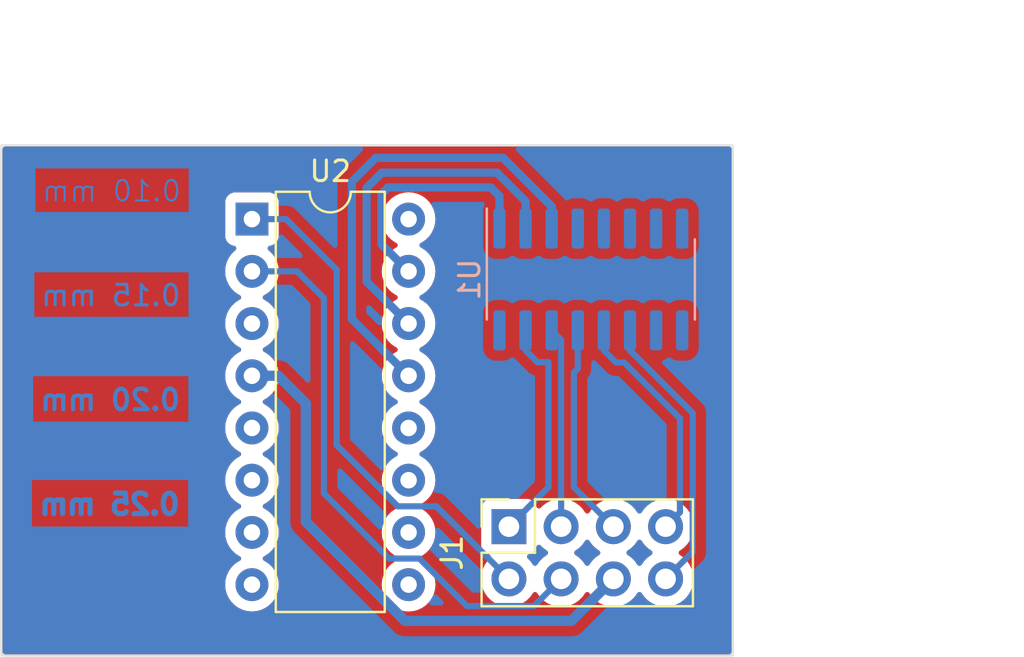
<source format=kicad_pcb>
(kicad_pcb (version 20240108) (generator "pcbnew") (generator_version "8.0")
  (layers (0 "F.Cu" signal) (31 "B.Cu" signal) (34 "B.Paste" user) (35 "F.Paste" user) (36 "B.SilkS" user "B.Silkscreen") (37 "F.SilkS" user "F.Silkscreen") (38 "B.Mask" user) (39 "F.Mask" user) (44 "Edge.Cuts" user))
  (net 0 "")
  (net 1 "Net-(U1-A0)")
  (net 2 "Net-(U1-A1)")
  (net 3 "Net-(U1-A2)")
  (net 4 "Net-(U1-~{LE})")
  (net 5 "Net-(U1-~{E1})")
  (net 6 "Net-(U1-E2)")
  (net 11 "Net-(J1-Pin_4)")
  (net 12 "Net-(J1-Pin_6)")
  (net 14 "Net-(J1-Pin_2)")
  (net 21 "Net-(J1-Pin_5)")
  (net 22 "Net-(J1-Pin_7)")
  (net 23 "Net-(J1-Pin_3)")
  (net 24 "Net-(J1-Pin_1)")
  (net 25 "Net-(J1-Pin_8)")
  (footprint "Connector_PinSocket_2.54mm:PinSocket_2x04_P2.54mm_Vertical" (layer "F.Cu") (at 100.88 81 90)
    (property "Reference" "J1" (at -1.27 -2.77 270) (layer "F.SilkS"))
    (property "Value" "Conn")
    (fp_line (start 1.33 -1.33) (end 1.33 0) (stroke (width 0.12)) (layer "F.SilkS"))
    (fp_line (start 0 -1.33) (end 1.33 -1.33) (stroke (width 0.12)) (layer "F.SilkS"))
    (fp_line (start -1.27 -1.33) (end -1.27 1.27) (stroke (width 0.12)) (layer "F.SilkS"))
    (fp_line (start -3.87 -1.33) (end -1.27 -1.33) (stroke (width 0.12)) (layer "F.SilkS"))
    (fp_line (start -3.87 -1.33) (end -3.87 8.95) (stroke (width 0.12)) (layer "F.SilkS"))
    (fp_line (start 1.33 1.27) (end 1.33 8.95) (stroke (width 0.12)) (layer "F.SilkS"))
    (fp_line (start -1.27 1.27) (end 1.33 1.27) (stroke (width 0.12)) (layer "F.SilkS"))
    (fp_line (start -3.87 8.95) (end 1.33 8.95) (stroke (width 0.12)) (layer "F.SilkS"))
    (pad "1" thru_hole rect (at 0 0 90) (size 1.7 1.7) (drill 1) (layers "*.Cu" "*.Mask") (net 24 "Net-(J1-Pin_1)"))
    (pad "2" thru_hole oval (at -2.54 0 90) (size 1.7 1.7) (drill 1) (layers "*.Cu" "*.Mask") (net 14 "Net-(J1-Pin_2)"))
    (pad "3" thru_hole oval (at 0 2.54 90) (size 1.7 1.7) (drill 1) (layers "*.Cu" "*.Mask") (net 23 "Net-(J1-Pin_3)"))
    (pad "4" thru_hole oval (at -2.54 2.54 90) (size 1.7 1.7) (drill 1) (layers "*.Cu" "*.Mask") (net 11 "Net-(J1-Pin_4)"))
    (pad "5" thru_hole oval (at 0 5.08 90) (size 1.7 1.7) (drill 1) (layers "*.Cu" "*.Mask") (net 21 "Net-(J1-Pin_5)"))
    (pad "6" thru_hole oval (at -2.54 5.08 90) (size 1.7 1.7) (drill 1) (layers "*.Cu" "*.Mask") (net 12 "Net-(J1-Pin_6)"))
    (pad "7" thru_hole oval (at 0 7.62 90) (size 1.7 1.7) (drill 1) (layers "*.Cu" "*.Mask") (net 22 "Net-(J1-Pin_7)"))
    (pad "8" thru_hole oval (at -2.54 7.62 90) (size 1.7 1.7) (drill 1) (layers "*.Cu" "*.Mask") (net 25 "Net-(J1-Pin_8)"))
  )
  (footprint "Package_DIP:DIP-16_W7.62mm" (layer "F.Cu") (at 88.38 66.04)
    (property "Reference" "U2" (at 3.81 -2.33 0) (layer "F.SilkS"))
    (property "Value" "74HC137")
    (fp_line (start 1.16 -1.33) (end 1.16 19.11) (stroke (width 0.12)) (layer "F.SilkS"))
    (fp_line (start 1.16 19.11) (end 6.46 19.11) (stroke (width 0.12)) (layer "F.SilkS"))
    (fp_line (start 2.81 -1.33) (end 1.16 -1.33) (stroke (width 0.12)) (layer "F.SilkS"))
    (fp_line (start 6.46 -1.33) (end 4.81 -1.33) (stroke (width 0.12)) (layer "F.SilkS"))
    (fp_line (start 6.46 19.11) (end 6.46 -1.33) (stroke (width 0.12)) (layer "F.SilkS"))
    (fp_arc (start 4.81 -1.33) (mid 3.81 -0.33) (end 2.81 -1.33) (stroke (width 0.12)) (layer "F.SilkS"))
    (pad "1" thru_hole rect (at 0 0) (size 1.6 1.6) (drill 0.8) (layers "*.Cu" "*.Mask") (net 14 "Net-(J1-Pin_2)"))
    (pad "2" thru_hole oval (at 0 2.54) (size 1.6 1.6) (drill 0.8) (layers "*.Cu" "*.Mask") (net 11 "Net-(J1-Pin_4)"))
    (pad "3" thru_hole oval (at 0 5.08) (size 1.6 1.6) (drill 0.8) (layers "*.Cu" "*.Mask"))
    (pad "4" thru_hole oval (at 0 7.62) (size 1.6 1.6) (drill 0.8) (layers "*.Cu" "*.Mask") (net 12 "Net-(J1-Pin_6)"))
    (pad "5" thru_hole oval (at 0 10.16) (size 1.6 1.6) (drill 0.8) (layers "*.Cu" "*.Mask"))
    (pad "6" thru_hole oval (at 0 12.7) (size 1.6 1.6) (drill 0.8) (layers "*.Cu" "*.Mask"))
    (pad "7" thru_hole oval (at 0 15.24) (size 1.6 1.6) (drill 0.8) (layers "*.Cu" "*.Mask") (net 6 "Net-(U1-E2)"))
    (pad "8" thru_hole oval (at 0 17.78) (size 1.6 1.6) (drill 0.8) (layers "*.Cu" "*.Mask"))
    (pad "9" thru_hole oval (at 7.62 17.78) (size 1.6 1.6) (drill 0.8) (layers "*.Cu" "*.Mask") (net 5 "Net-(U1-~{E1})"))
    (pad "10" thru_hole oval (at 7.62 15.24) (size 1.6 1.6) (drill 0.8) (layers "*.Cu" "*.Mask"))
    (pad "11" thru_hole oval (at 7.62 12.7) (size 1.6 1.6) (drill 0.8) (layers "*.Cu" "*.Mask") (net 4 "Net-(U1-~{LE})"))
    (pad "12" thru_hole oval (at 7.62 10.16) (size 1.6 1.6) (drill 0.8) (layers "*.Cu" "*.Mask"))
    (pad "13" thru_hole oval (at 7.62 7.62) (size 1.6 1.6) (drill 0.8) (layers "*.Cu" "*.Mask") (net 3 "Net-(U1-A2)"))
    (pad "14" thru_hole oval (at 7.62 5.08) (size 1.6 1.6) (drill 0.8) (layers "*.Cu" "*.Mask") (net 2 "Net-(U1-A1)"))
    (pad "15" thru_hole oval (at 7.62 2.54) (size 1.6 1.6) (drill 0.8) (layers "*.Cu" "*.Mask") (net 1 "Net-(U1-A0)"))
    (pad "16" thru_hole oval (at 7.62 0) (size 1.6 1.6) (drill 0.8) (layers "*.Cu" "*.Mask"))
  )
  (footprint "Package_SO:SOIC-16_3.9x9.9mm_P1.27mm" (layer "B.Cu") (at 104.865 68.975 -90)
    (property "Reference" "U1" (at 0 5.9 90) (layer "B.SilkS") (effects (justify mirror)))
    (property "Value" "74HC137")
    (fp_line (start -3.45 5.06) (end 0 5.06) (stroke (width 0.12)) (layer "B.SilkS"))
    (fp_line (start 1.95 5.06) (end 0 5.06) (stroke (width 0.12)) (layer "B.SilkS"))
    (fp_line (start -1.95 -5.06) (end 0 -5.06) (stroke (width 0.12)) (layer "B.SilkS"))
    (fp_line (start 1.95 -5.06) (end 0 -5.06) (stroke (width 0.12)) (layer "B.SilkS"))
    (pad "1" smd roundrect (at -2.475 4.445 270) (size 1.95 0.6) (layers "B.Cu" "B.Paste" "B.Mask") (net 1 "Net-(U1-A0)"))
    (pad "2" smd roundrect (at -2.475 3.175 270) (size 1.95 0.6) (layers "B.Cu" "B.Paste" "B.Mask") (net 2 "Net-(U1-A1)"))
    (pad "3" smd roundrect (at -2.475 1.905 270) (size 1.95 0.6) (layers "B.Cu" "B.Paste" "B.Mask") (net 3 "Net-(U1-A2)"))
    (pad "4" smd roundrect (at -2.475 0.635 270) (size 1.95 0.6) (layers "B.Cu" "B.Paste" "B.Mask") (net 4 "Net-(U1-~{LE})"))
    (pad "5" smd roundrect (at -2.475 -0.635 270) (size 1.95 0.6) (layers "B.Cu" "B.Paste" "B.Mask") (net 5 "Net-(U1-~{E1})"))
    (pad "6" smd roundrect (at -2.475 -1.905 270) (size 1.95 0.6) (layers "B.Cu" "B.Paste" "B.Mask") (net 6 "Net-(U1-E2)"))
    (pad "7" smd roundrect (at -2.475 -3.175 270) (size 1.95 0.6) (layers "B.Cu" "B.Paste" "B.Mask"))
    (pad "8" smd roundrect (at -2.475 -4.445 270) (size 1.95 0.6) (layers "B.Cu" "B.Paste" "B.Mask"))
    (pad "9" smd roundrect (at 2.475 -4.445 270) (size 1.95 0.6) (layers "B.Cu" "B.Paste" "B.Mask"))
    (pad "10" smd roundrect (at 2.475 -3.175 270) (size 1.95 0.6) (layers "B.Cu" "B.Paste" "B.Mask"))
    (pad "11" smd roundrect (at 2.475 -1.905 270) (size 1.95 0.6) (layers "B.Cu" "B.Paste" "B.Mask") (net 25 "Net-(J1-Pin_8)"))
    (pad "12" smd roundrect (at 2.475 -0.635 270) (size 1.95 0.6) (layers "B.Cu" "B.Paste" "B.Mask") (net 22 "Net-(J1-Pin_7)"))
    (pad "13" smd roundrect (at 2.475 0.635 270) (size 1.95 0.6) (layers "B.Cu" "B.Paste" "B.Mask") (net 21 "Net-(J1-Pin_5)"))
    (pad "14" smd roundrect (at 2.475 1.905 270) (size 1.95 0.6) (layers "B.Cu" "B.Paste" "B.Mask") (net 23 "Net-(J1-Pin_3)"))
    (pad "15" smd roundrect (at 2.475 3.175 270) (size 1.95 0.6) (layers "B.Cu" "B.Paste" "B.Mask") (net 24 "Net-(J1-Pin_1)"))
    (pad "16" smd roundrect (at 2.475 4.445 270) (size 1.95 0.6) (layers "B.Cu" "B.Paste" "B.Mask"))
  )
  (gr_rect (start 76.2 62.46) (end 111.76 87.26) (stroke (width 0.1)) (fill none) (layer "Edge.Cuts"))
  (gr_text "0.20 mm" (at 85 75.42 -0) (layer "B.Cu") (effects (font (size 1 1) (thickness 0.2) (bold yes)) (justify left bottom mirror)))
  (gr_text "0.10 mm" (at 85 65.26 -0) (layer "B.Cu") (effects (font (size 1 1) (thickness 0.1)) (justify left bottom mirror)))
  (gr_text "0.15 mm" (at 85 70.34 -0) (layer "B.Cu") (effects (font (size 1 1)) (justify left bottom mirror)))
  (gr_text "0.25 mm" (at 85 80.5 -0) (layer "B.Cu") (effects (font (size 1 1) (thickness 0.25) (bold yes)) (justify left bottom mirror)))
  (segment (start 94.68 64.82) (end 94.68 67.26) (width 0.4) (layer "B.Cu") (net 1))
  (segment (start 94.68 67.26) (end 96 68.58) (width 0.4) (layer "B.Cu") (net 1))
  (segment (start 95 64.5) (end 94.68 64.82) (width 0.4) (layer "B.Cu") (net 1))
  (segment (start 100 64.5) (end 95 64.5) (width 0.4) (layer "B.Cu") (net 1))
  (segment (start 100.42 66.5) (end 100.42 64.92) (width 0.4) (layer "B.Cu") (net 1))
  (segment (start 100.42 64.92) (end 100 64.5) (width 0.4) (layer "B.Cu") (net 1))
  (segment (start 93.96 69.08) (end 96 71.12) (width 0.4) (layer "B.Cu") (net 2))
  (segment (start 101.69 65.171766) (end 100.298234 63.78) (width 0.4) (layer "B.Cu") (net 2))
  (segment (start 93.96 64.521766) (end 93.96 69.08) (width 0.4) (layer "B.Cu") (net 2))
  (segment (start 94.701766 63.78) (end 93.96 64.521766) (width 0.4) (layer "B.Cu") (net 2))
  (segment (start 100.298234 63.78) (end 94.701766 63.78) (width 0.4) (layer "B.Cu") (net 2))
  (segment (start 101.69 66.5) (end 101.69 65.171766) (width 0.4) (layer "B.Cu") (net 2))
  (segment (start 100.596468 63.06) (end 94.403532 63.06) (width 0.4) (layer "B.Cu") (net 3))
  (segment (start 93.24 70.9) (end 96 73.66) (width 0.4) (layer "B.Cu") (net 3))
  (segment (start 94.403532 63.06) (end 93.24 64.223532) (width 0.4) (layer "B.Cu") (net 3))
  (segment (start 102.96 65.423532) (end 100.596468 63.06) (width 0.4) (layer "B.Cu") (net 3))
  (segment (start 102.96 66.5) (end 102.96 65.423532) (width 0.4) (layer "B.Cu") (net 3))
  (segment (start 102.96 66.5) (end 102.96 67.223233) (width 0.4) (layer "B.Cu") (net 3))
  (segment (start 93.24 64.223532) (end 93.24 70.9) (width 0.4) (layer "B.Cu") (net 3))
  (segment (start 96.526052 82.55) (end 95.05 82.55) (width 0.3) (layer "B.Cu") (net 11))
  (segment (start 103.42 83.54) (end 102.1 84.86) (width 0.3) (layer "B.Cu") (net 11))
  (segment (start 95.05 82.55) (end 91.88 79.38) (width 0.3) (layer "B.Cu") (net 11))
  (segment (start 91.88 79.38) (end 91.88 69.88) (width 0.3) (layer "B.Cu") (net 11))
  (segment (start 90.58 68.58) (end 88.38 68.58) (width 0.3) (layer "B.Cu") (net 11))
  (segment (start 102.1 84.86) (end 98.836052 84.86) (width 0.3) (layer "B.Cu") (net 11))
  (segment (start 91.88 69.88) (end 90.58 68.58) (width 0.3) (layer "B.Cu") (net 11))
  (segment (start 98.836052 84.86) (end 96.526052 82.55) (width 0.3) (layer "B.Cu") (net 11))
  (segment (start 95.822527 85.58) (end 91 80.757473) (width 0.5) (layer "B.Cu") (net 12))
  (segment (start 91 75) (end 89.66 73.66) (width 0.5) (layer "B.Cu") (net 12))
  (segment (start 91 80.757473) (end 91 75) (width 0.5) (layer "B.Cu") (net 12))
  (segment (start 103.92 85.58) (end 95.822527 85.58) (width 0.5) (layer "B.Cu") (net 12))
  (segment (start 105.96 83.54) (end 103.92 85.58) (width 0.5) (layer "B.Cu") (net 12))
  (segment (start 89.66 73.66) (end 88.38 73.66) (width 0.5) (layer "B.Cu") (net 12))
  (segment (start 95.473948 80.01) (end 92.5 77.036052) (width 0.3) (layer "B.Cu") (net 14))
  (segment (start 97.35 80.01) (end 95.473948 80.01) (width 0.3) (layer "B.Cu") (net 14))
  (segment (start 100.88 83.54) (end 97.35 80.01) (width 0.3) (layer "B.Cu") (net 14))
  (segment (start 92.5 77.036052) (end 92.5 68.5) (width 0.3) (layer "B.Cu") (net 14))
  (segment (start 90.04 66.04) (end 88.38 66.04) (width 0.3) (layer "B.Cu") (net 14))
  (segment (start 92.5 68.5) (end 90.04 66.04) (width 0.3) (layer "B.Cu") (net 14))
  (segment (start 104.04 73.5) (end 104.23 73.31) (width 0.3) (layer "B.Cu") (net 21))
  (segment (start 104.23 73.31) (end 104.23 71.45) (width 0.3) (layer "B.Cu") (net 21))
  (segment (start 105.96 81) (end 104.04 79.08) (width 0.3) (layer "B.Cu") (net 21))
  (segment (start 104.04 79.08) (end 104.04 73.5) (width 0.3) (layer "B.Cu") (net 21))
  (segment (start 105.5 72.424999) (end 105.5 71.45) (width 0.3) (layer "B.Cu") (net 22))
  (segment (start 109.2 80.3) (end 109.2 75.731811) (width 0.3) (layer "B.Cu") (net 22))
  (segment (start 109.2 75.731811) (end 106.484094 73.015905) (width 0.3) (layer "B.Cu") (net 22))
  (segment (start 108.5 81) (end 109.2 80.3) (width 0.3) (layer "B.Cu") (net 22))
  (segment (start 106.484094 73.015905) (end 106.090906 73.015905) (width 0.3) (layer "B.Cu") (net 22))
  (segment (start 106.090906 73.015905) (end 105.5 72.424999) (width 0.3) (layer "B.Cu") (net 22))
  (segment (start 103.42 71.91) (end 102.96 71.45) (width 0.3) (layer "B.Cu") (net 23))
  (segment (start 103.42 81) (end 103.42 71.91) (width 0.3) (layer "B.Cu") (net 23))
  (segment (start 102.8 73) (end 102.265001 73) (width 0.3) (layer "B.Cu") (net 24))
  (segment (start 102.8 79.08) (end 102.8 73) (width 0.3) (layer "B.Cu") (net 24))
  (segment (start 100.88 81) (end 102.8 79.08) (width 0.3) (layer "B.Cu") (net 24))
  (segment (start 102.265001 73) (end 101.69 72.424999) (width 0.3) (layer "B.Cu") (net 24))
  (segment (start 101.69 72.424999) (end 101.69 71.45) (width 0.3) (layer "B.Cu") (net 24))
  (segment (start 106.77 72.424999) (end 106.77 71.45) (width 0.3) (layer "B.Cu") (net 25))
  (segment (start 109.82 75.474999) (end 106.77 72.424999) (width 0.3) (layer "B.Cu") (net 25))
  (segment (start 109.82 82.22) (end 109.82 75.474999) (width 0.3) (layer "B.Cu") (net 25))
  (segment (start 108.5 83.54) (end 109.82 82.22) (width 0.3) (layer "B.Cu") (net 25))
  (zone (net 0) (net_name "") (layer "F.Cu") (connect_pads (clearance 0.5)) (min_thickness 0.25) (fill yes (thermal_gap 0.5) (thermal_bridge_width 0.5) (island_removal_mode 1) (island_area_min 10))
    (polygon (pts (xy 76.2 62.46) (xy 76.2 87.26) (xy 111.76 87.26) (xy 111.76 62.46)))
  )
  (zone (net 0) (net_name "") (layer "B.Cu") (priority 1) (connect_pads (clearance 0.5)) (min_thickness 0.25) (fill yes (thermal_gap 0.5) (thermal_bridge_width 0.5) (island_removal_mode 1) (island_area_min 10))
    (polygon (pts (xy 76.2 62.46) (xy 111.76 62.46) (xy 111.76 87.26) (xy 76.2 87.26)))
  )
)
</source>
